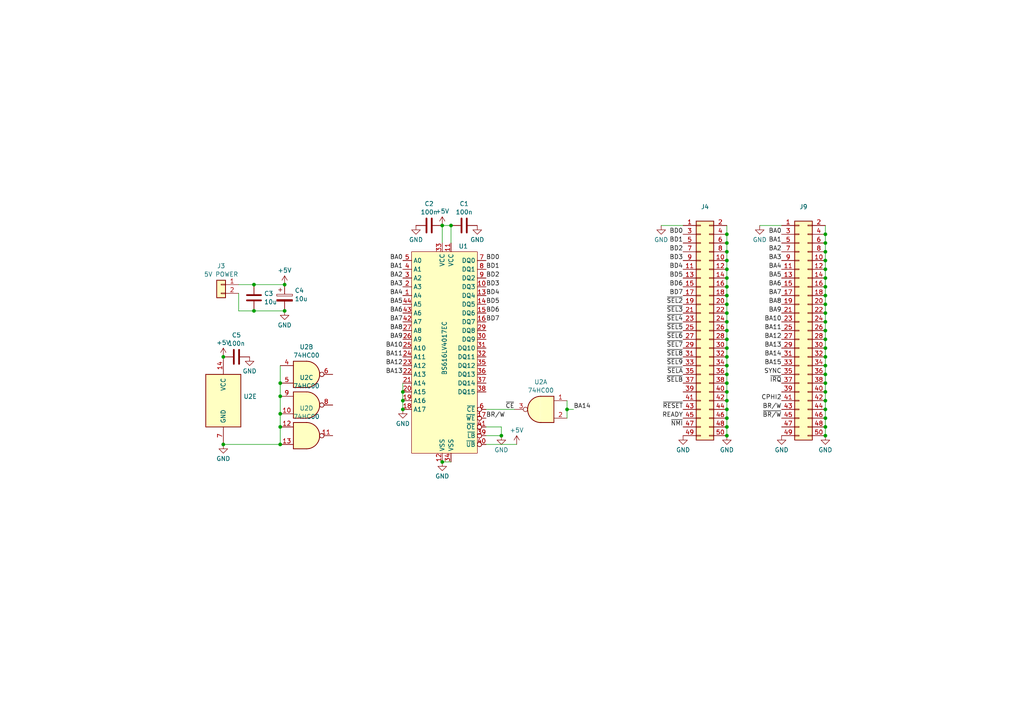
<source format=kicad_sch>
(kicad_sch (version 20230121) (generator eeschema)
  (paper "A4")
  (lib_symbols
    (symbol "74xx:74HC00" (pin_names (offset 1.016))
      (property "Reference" "U" (at 0 1.27 0))
      (property "Value" "74HC00" (at 0 -1.27 0))
      (symbol "74HC00_1_1"
        (arc (start 0 -3.81) (mid 3.7934 0) (end 0 3.81) (stroke (width 0.254)) (fill (type background)))
        (polyline (pts (xy 0 3.81) (xy -3.81 3.81) (xy -3.81 -3.81) (xy 0 -3.81)) (stroke (width 0.254)) (fill (type background)))
        (pin input line (at -7.62 2.54 0) (length 3.81) (name "~") (number "1"))
        (pin input line (at -7.62 -2.54 0) (length 3.81) (name "~") (number "2"))
        (pin output inverted (at 7.62 0 180) (length 3.81) (name "~") (number "3"))
      )
      (symbol "74HC00_1_2"
        (arc (start -3.81 -3.81) (mid -2.589 0) (end -3.81 3.81) (stroke (width 0.254)))
        (arc (start -0.6096 -3.81) (mid 2.1842 -2.5851) (end 3.81 0) (stroke (width 0.254)) (fill (type background)))
        (polyline (pts (xy -3.81 -3.81) (xy -0.635 -3.81)) (stroke (width 0.254)) (fill (type background)))
        (polyline (pts (xy -3.81 3.81) (xy -0.635 3.81)) (stroke (width 0.254)) (fill (type background)))
        (polyline (pts (xy -0.635 3.81) (xy -3.81 3.81) (xy -3.81 3.81) (xy -3.556 3.4036) (xy -3.0226 2.2606) (xy -2.6924 1.0414) (xy -2.6162 -0.254) (xy -2.7686 -1.4986) (xy -3.175 -2.7178) (xy -3.81 -3.81) (xy -3.81 -3.81) (xy -0.635 -3.81)) (stroke (width -25.4)) (fill (type background)))
        (arc (start 3.81 0) (mid 2.1915 2.5936) (end -0.6096 3.81) (stroke (width 0.254)) (fill (type background)))
        (pin input inverted (at -7.62 2.54 0) (length 4.318) (name "~") (number "1"))
        (pin input inverted (at -7.62 -2.54 0) (length 4.318) (name "~") (number "2"))
        (pin output line (at 7.62 0 180) (length 3.81) (name "~") (number "3"))
      )
      (symbol "74HC00_2_1"
        (arc (start 0 -3.81) (mid 3.7934 0) (end 0 3.81) (stroke (width 0.254)) (fill (type background)))
        (polyline (pts (xy 0 3.81) (xy -3.81 3.81) (xy -3.81 -3.81) (xy 0 -3.81)) (stroke (width 0.254)) (fill (type background)))
        (pin input line (at -7.62 2.54 0) (length 3.81) (name "~") (number "4"))
        (pin input line (at -7.62 -2.54 0) (length 3.81) (name "~") (number "5"))
        (pin output inverted (at 7.62 0 180) (length 3.81) (name "~") (number "6"))
      )
      (symbol "74HC00_2_2"
        (arc (start -3.81 -3.81) (mid -2.589 0) (end -3.81 3.81) (stroke (width 0.254)))
        (arc (start -0.6096 -3.81) (mid 2.1842 -2.5851) (end 3.81 0) (stroke (width 0.254)) (fill (type background)))
        (polyline (pts (xy -3.81 -3.81) (xy -0.635 -3.81)) (stroke (width 0.254)) (fill (type background)))
        (polyline (pts (xy -3.81 3.81) (xy -0.635 3.81)) (stroke (width 0.254)) (fill (type background)))
        (polyline (pts (xy -0.635 3.81) (xy -3.81 3.81) (xy -3.81 3.81) (xy -3.556 3.4036) (xy -3.0226 2.2606) (xy -2.6924 1.0414) (xy -2.6162 -0.254) (xy -2.7686 -1.4986) (xy -3.175 -2.7178) (xy -3.81 -3.81) (xy -3.81 -3.81) (xy -0.635 -3.81)) (stroke (width -25.4)) (fill (type background)))
        (arc (start 3.81 0) (mid 2.1915 2.5936) (end -0.6096 3.81) (stroke (width 0.254)) (fill (type background)))
        (pin input inverted (at -7.62 2.54 0) (length 4.318) (name "~") (number "4"))
        (pin input inverted (at -7.62 -2.54 0) (length 4.318) (name "~") (number "5"))
        (pin output line (at 7.62 0 180) (length 3.81) (name "~") (number "6"))
      )
      (symbol "74HC00_3_1"
        (arc (start 0 -3.81) (mid 3.7934 0) (end 0 3.81) (stroke (width 0.254)) (fill (type background)))
        (polyline (pts (xy 0 3.81) (xy -3.81 3.81) (xy -3.81 -3.81) (xy 0 -3.81)) (stroke (width 0.254)) (fill (type background)))
        (pin input line (at -7.62 -2.54 0) (length 3.81) (name "~") (number "10"))
        (pin output inverted (at 7.62 0 180) (length 3.81) (name "~") (number "8"))
        (pin input line (at -7.62 2.54 0) (length 3.81) (name "~") (number "9"))
      )
      (symbol "74HC00_3_2"
        (arc (start -3.81 -3.81) (mid -2.589 0) (end -3.81 3.81) (stroke (width 0.254)))
        (arc (start -0.6096 -3.81) (mid 2.1842 -2.5851) (end 3.81 0) (stroke (width 0.254)) (fill (type background)))
        (polyline (pts (xy -3.81 -3.81) (xy -0.635 -3.81)) (stroke (width 0.254)) (fill (type background)))
        (polyline (pts (xy -3.81 3.81) (xy -0.635 3.81)) (stroke (width 0.254)) (fill (type background)))
        (polyline (pts (xy -0.635 3.81) (xy -3.81 3.81) (xy -3.81 3.81) (xy -3.556 3.4036) (xy -3.0226 2.2606) (xy -2.6924 1.0414) (xy -2.6162 -0.254) (xy -2.7686 -1.4986) (xy -3.175 -2.7178) (xy -3.81 -3.81) (xy -3.81 -3.81) (xy -0.635 -3.81)) (stroke (width -25.4)) (fill (type background)))
        (arc (start 3.81 0) (mid 2.1915 2.5936) (end -0.6096 3.81) (stroke (width 0.254)) (fill (type background)))
        (pin input inverted (at -7.62 -2.54 0) (length 4.318) (name "~") (number "10"))
        (pin output line (at 7.62 0 180) (length 3.81) (name "~") (number "8"))
        (pin input inverted (at -7.62 2.54 0) (length 4.318) (name "~") (number "9"))
      )
      (symbol "74HC00_4_1"
        (arc (start 0 -3.81) (mid 3.7934 0) (end 0 3.81) (stroke (width 0.254)) (fill (type background)))
        (polyline (pts (xy 0 3.81) (xy -3.81 3.81) (xy -3.81 -3.81) (xy 0 -3.81)) (stroke (width 0.254)) (fill (type background)))
        (pin output inverted (at 7.62 0 180) (length 3.81) (name "~") (number "11"))
        (pin input line (at -7.62 2.54 0) (length 3.81) (name "~") (number "12"))
        (pin input line (at -7.62 -2.54 0) (length 3.81) (name "~") (number "13"))
      )
      (symbol "74HC00_4_2"
        (arc (start -3.81 -3.81) (mid -2.589 0) (end -3.81 3.81) (stroke (width 0.254)))
        (arc (start -0.6096 -3.81) (mid 2.1842 -2.5851) (end 3.81 0) (stroke (width 0.254)) (fill (type background)))
        (polyline (pts (xy -3.81 -3.81) (xy -0.635 -3.81)) (stroke (width 0.254)) (fill (type background)))
        (polyline (pts (xy -3.81 3.81) (xy -0.635 3.81)) (stroke (width 0.254)) (fill (type background)))
        (polyline (pts (xy -0.635 3.81) (xy -3.81 3.81) (xy -3.81 3.81) (xy -3.556 3.4036) (xy -3.0226 2.2606) (xy -2.6924 1.0414) (xy -2.6162 -0.254) (xy -2.7686 -1.4986) (xy -3.175 -2.7178) (xy -3.81 -3.81) (xy -3.81 -3.81) (xy -0.635 -3.81)) (stroke (width -25.4)) (fill (type background)))
        (arc (start 3.81 0) (mid 2.1915 2.5936) (end -0.6096 3.81) (stroke (width 0.254)) (fill (type background)))
        (pin output line (at 7.62 0 180) (length 3.81) (name "~") (number "11"))
        (pin input inverted (at -7.62 2.54 0) (length 4.318) (name "~") (number "12"))
        (pin input inverted (at -7.62 -2.54 0) (length 4.318) (name "~") (number "13"))
      )
      (symbol "74HC00_5_0"
        (pin power_in line (at 0 12.7 270) (length 5.08) (name "VCC") (number "14"))
        (pin power_in line (at 0 -12.7 90) (length 5.08) (name "GND") (number "7"))
      )
      (symbol "74HC00_5_1"
        (rectangle (start -5.08 7.62) (end 5.08 -7.62) (stroke (width 0.254)) (fill (type background)))
      )
    )
    (symbol "Connector_Generic:Conn_01x02" (pin_names (offset 1.016) hide)
      (property "Reference" "J" (at 0 2.54 0))
      (property "Value" "Conn_01x02" (at 0 -5.08 0))
      (symbol "Conn_01x02_1_1"
        (rectangle (start -1.27 -2.413) (end 0 -2.667) (stroke (width 0.1524)))
        (rectangle (start -1.27 0.127) (end 0 -0.127) (stroke (width 0.1524)))
        (rectangle (start -1.27 1.27) (end 1.27 -3.81) (stroke (width 0.254)) (fill (type background)))
        (pin passive line (at -5.08 0 0) (length 3.81) (name "Pin_1") (number "1"))
        (pin passive line (at -5.08 -2.54 0) (length 3.81) (name "Pin_2") (number "2"))
      )
    )
    (symbol "Connector_Generic:Conn_02x25_Odd_Even" (pin_names (offset 1.016) hide)
      (property "Reference" "J" (at 1.27 33.02 0))
      (property "Value" "Conn_02x25_Odd_Even" (at 1.27 -33.02 0))
      (symbol "Conn_02x25_Odd_Even_1_1"
        (rectangle (start -1.27 -30.353) (end 0 -30.607) (stroke (width 0.1524)))
        (rectangle (start -1.27 -27.813) (end 0 -28.067) (stroke (width 0.1524)))
        (rectangle (start -1.27 -25.273) (end 0 -25.527) (stroke (width 0.1524)))
        (rectangle (start -1.27 -22.733) (end 0 -22.987) (stroke (width 0.1524)))
        (rectangle (start -1.27 -20.193) (end 0 -20.447) (stroke (width 0.1524)))
        (rectangle (start -1.27 -17.653) (end 0 -17.907) (stroke (width 0.1524)))
        (rectangle (start -1.27 -15.113) (end 0 -15.367) (stroke (width 0.1524)))
        (rectangle (start -1.27 -12.573) (end 0 -12.827) (stroke (width 0.1524)))
        (rectangle (start -1.27 -10.033) (end 0 -10.287) (stroke (width 0.1524)))
        (rectangle (start -1.27 -7.493) (end 0 -7.747) (stroke (width 0.1524)))
        (rectangle (start -1.27 -4.953) (end 0 -5.207) (stroke (width 0.1524)))
        (rectangle (start -1.27 -2.413) (end 0 -2.667) (stroke (width 0.1524)))
        (rectangle (start -1.27 0.127) (end 0 -0.127) (stroke (width 0.1524)))
        (rectangle (start -1.27 2.667) (end 0 2.413) (stroke (width 0.1524)))
        (rectangle (start -1.27 5.207) (end 0 4.953) (stroke (width 0.1524)))
        (rectangle (start -1.27 7.747) (end 0 7.493) (stroke (width 0.1524)))
        (rectangle (start -1.27 10.287) (end 0 10.033) (stroke (width 0.1524)))
        (rectangle (start -1.27 12.827) (end 0 12.573) (stroke (width 0.1524)))
        (rectangle (start -1.27 15.367) (end 0 15.113) (stroke (width 0.1524)))
        (rectangle (start -1.27 17.907) (end 0 17.653) (stroke (width 0.1524)))
        (rectangle (start -1.27 20.447) (end 0 20.193) (stroke (width 0.1524)))
        (rectangle (start -1.27 22.987) (end 0 22.733) (stroke (width 0.1524)))
        (rectangle (start -1.27 25.527) (end 0 25.273) (stroke (width 0.1524)))
        (rectangle (start -1.27 28.067) (end 0 27.813) (stroke (width 0.1524)))
        (rectangle (start -1.27 30.607) (end 0 30.353) (stroke (width 0.1524)))
        (rectangle (start -1.27 31.75) (end 3.81 -31.75) (stroke (width 0.254)) (fill (type background)))
        (rectangle (start 3.81 -30.353) (end 2.54 -30.607) (stroke (width 0.1524)))
        (rectangle (start 3.81 -27.813) (end 2.54 -28.067) (stroke (width 0.1524)))
        (rectangle (start 3.81 -25.273) (end 2.54 -25.527) (stroke (width 0.1524)))
        (rectangle (start 3.81 -22.733) (end 2.54 -22.987) (stroke (width 0.1524)))
        (rectangle (start 3.81 -20.193) (end 2.54 -20.447) (stroke (width 0.1524)))
        (rectangle (start 3.81 -17.653) (end 2.54 -17.907) (stroke (width 0.1524)))
        (rectangle (start 3.81 -15.113) (end 2.54 -15.367) (stroke (width 0.1524)))
        (rectangle (start 3.81 -12.573) (end 2.54 -12.827) (stroke (width 0.1524)))
        (rectangle (start 3.81 -10.033) (end 2.54 -10.287) (stroke (width 0.1524)))
        (rectangle (start 3.81 -7.493) (end 2.54 -7.747) (stroke (width 0.1524)))
        (rectangle (start 3.81 -4.953) (end 2.54 -5.207) (stroke (width 0.1524)))
        (rectangle (start 3.81 -2.413) (end 2.54 -2.667) (stroke (width 0.1524)))
        (rectangle (start 3.81 0.127) (end 2.54 -0.127) (stroke (width 0.1524)))
        (rectangle (start 3.81 2.667) (end 2.54 2.413) (stroke (width 0.1524)))
        (rectangle (start 3.81 5.207) (end 2.54 4.953) (stroke (width 0.1524)))
        (rectangle (start 3.81 7.747) (end 2.54 7.493) (stroke (width 0.1524)))
        (rectangle (start 3.81 10.287) (end 2.54 10.033) (stroke (width 0.1524)))
        (rectangle (start 3.81 12.827) (end 2.54 12.573) (stroke (width 0.1524)))
        (rectangle (start 3.81 15.367) (end 2.54 15.113) (stroke (width 0.1524)))
        (rectangle (start 3.81 17.907) (end 2.54 17.653) (stroke (width 0.1524)))
        (rectangle (start 3.81 20.447) (end 2.54 20.193) (stroke (width 0.1524)))
        (rectangle (start 3.81 22.987) (end 2.54 22.733) (stroke (width 0.1524)))
        (rectangle (start 3.81 25.527) (end 2.54 25.273) (stroke (width 0.1524)))
        (rectangle (start 3.81 28.067) (end 2.54 27.813) (stroke (width 0.1524)))
        (rectangle (start 3.81 30.607) (end 2.54 30.353) (stroke (width 0.1524)))
        (pin passive line (at -5.08 30.48 0) (length 3.81) (name "Pin_1") (number "1"))
        (pin passive line (at 7.62 20.32 180) (length 3.81) (name "Pin_10") (number "10"))
        (pin passive line (at -5.08 17.78 0) (length 3.81) (name "Pin_11") (number "11"))
        (pin passive line (at 7.62 17.78 180) (length 3.81) (name "Pin_12") (number "12"))
        (pin passive line (at -5.08 15.24 0) (length 3.81) (name "Pin_13") (number "13"))
        (pin passive line (at 7.62 15.24 180) (length 3.81) (name "Pin_14") (number "14"))
        (pin passive line (at -5.08 12.7 0) (length 3.81) (name "Pin_15") (number "15"))
        (pin passive line (at 7.62 12.7 180) (length 3.81) (name "Pin_16") (number "16"))
        (pin passive line (at -5.08 10.16 0) (length 3.81) (name "Pin_17") (number "17"))
        (pin passive line (at 7.62 10.16 180) (length 3.81) (name "Pin_18") (number "18"))
        (pin passive line (at -5.08 7.62 0) (length 3.81) (name "Pin_19") (number "19"))
        (pin passive line (at 7.62 30.48 180) (length 3.81) (name "Pin_2") (number "2"))
        (pin passive line (at 7.62 7.62 180) (length 3.81) (name "Pin_20") (number "20"))
        (pin passive line (at -5.08 5.08 0) (length 3.81) (name "Pin_21") (number "21"))
        (pin passive line (at 7.62 5.08 180) (length 3.81) (name "Pin_22") (number "22"))
        (pin passive line (at -5.08 2.54 0) (length 3.81) (name "Pin_23") (number "23"))
        (pin passive line (at 7.62 2.54 180) (length 3.81) (name "Pin_24") (number "24"))
        (pin passive line (at -5.08 0 0) (length 3.81) (name "Pin_25") (number "25"))
        (pin passive line (at 7.62 0 180) (length 3.81) (name "Pin_26") (number "26"))
        (pin passive line (at -5.08 -2.54 0) (length 3.81) (name "Pin_27") (number "27"))
        (pin passive line (at 7.62 -2.54 180) (length 3.81) (name "Pin_28") (number "28"))
        (pin passive line (at -5.08 -5.08 0) (length 3.81) (name "Pin_29") (number "29"))
        (pin passive line (at -5.08 27.94 0) (length 3.81) (name "Pin_3") (number "3"))
        (pin passive line (at 7.62 -5.08 180) (length 3.81) (name "Pin_30") (number "30"))
        (pin passive line (at -5.08 -7.62 0) (length 3.81) (name "Pin_31") (number "31"))
        (pin passive line (at 7.62 -7.62 180) (length 3.81) (name "Pin_32") (number "32"))
        (pin passive line (at -5.08 -10.16 0) (length 3.81) (name "Pin_33") (number "33"))
        (pin passive line (at 7.62 -10.16 180) (length 3.81) (name "Pin_34") (number "34"))
        (pin passive line (at -5.08 -12.7 0) (length 3.81) (name "Pin_35") (number "35"))
        (pin passive line (at 7.62 -12.7 180) (length 3.81) (name "Pin_36") (number "36"))
        (pin passive line (at -5.08 -15.24 0) (length 3.81) (name "Pin_37") (number "37"))
        (pin passive line (at 7.62 -15.24 180) (length 3.81) (name "Pin_38") (number "38"))
        (pin passive line (at -5.08 -17.78 0) (length 3.81) (name "Pin_39") (number "39"))
        (pin passive line (at 7.62 27.94 180) (length 3.81) (name "Pin_4") (number "4"))
        (pin passive line (at 7.62 -17.78 180) (length 3.81) (name "Pin_40") (number "40"))
        (pin passive line (at -5.08 -20.32 0) (length 3.81) (name "Pin_41") (number "41"))
        (pin passive line (at 7.62 -20.32 180) (length 3.81) (name "Pin_42") (number "42"))
        (pin passive line (at -5.08 -22.86 0) (length 3.81) (name "Pin_43") (number "43"))
        (pin passive line (at 7.62 -22.86 180) (length 3.81) (name "Pin_44") (number "44"))
        (pin passive line (at -5.08 -25.4 0) (length 3.81) (name "Pin_45") (number "45"))
        (pin passive line (at 7.62 -25.4 180) (length 3.81) (name "Pin_46") (number "46"))
        (pin passive line (at -5.08 -27.94 0) (length 3.81) (name "Pin_47") (number "47"))
        (pin passive line (at 7.62 -27.94 180) (length 3.81) (name "Pin_48") (number "48"))
        (pin passive line (at -5.08 -30.48 0) (length 3.81) (name "Pin_49") (number "49"))
        (pin passive line (at -5.08 25.4 0) (length 3.81) (name "Pin_5") (number "5"))
        (pin passive line (at 7.62 -30.48 180) (length 3.81) (name "Pin_50") (number "50"))
        (pin passive line (at 7.62 25.4 180) (length 3.81) (name "Pin_6") (number "6"))
        (pin passive line (at -5.08 22.86 0) (length 3.81) (name "Pin_7") (number "7"))
        (pin passive line (at 7.62 22.86 180) (length 3.81) (name "Pin_8") (number "8"))
        (pin passive line (at -5.08 20.32 0) (length 3.81) (name "Pin_9") (number "9"))
      )
    )
    (symbol "Device:C" (pin_numbers hide) (pin_names (offset 0.254))
      (property "Reference" "C" (at 0.635 2.54 0))
      (property "Value" "C" (at 0.635 -2.54 0))
      (symbol "C_0_1"
        (polyline (pts (xy -2.032 -0.762) (xy 2.032 -0.762)) (stroke (width 0.508)))
        (polyline (pts (xy -2.032 0.762) (xy 2.032 0.762)) (stroke (width 0.508)))
      )
      (symbol "C_1_1"
        (pin passive line (at 0 3.81 270) (length 2.794) (name "~") (number "1"))
        (pin passive line (at 0 -3.81 90) (length 2.794) (name "~") (number "2"))
      )
    )
    (symbol "Device:C_Polarized" (pin_numbers hide) (pin_names (offset 0.254))
      (property "Reference" "C" (at 0.635 2.54 0))
      (property "Value" "C_Polarized" (at 0.635 -2.54 0))
      (symbol "C_Polarized_0_1"
        (rectangle (start -2.286 0.508) (end 2.286 1.016))
        (polyline (pts (xy -1.778 2.286) (xy -0.762 2.286)))
        (polyline (pts (xy -1.27 2.794) (xy -1.27 1.778)))
        (rectangle (start 2.286 -0.508) (end -2.286 -1.016) (fill (type outline)))
      )
      (symbol "C_Polarized_1_1"
        (pin passive line (at 0 3.81 270) (length 2.794) (name "~") (number "1"))
        (pin passive line (at 0 -3.81 90) (length 2.794) (name "~") (number "2"))
      )
    )
    (symbol "oni:BS616LV4017EC"
      (property "Reference" "U" (at 5.08 -30.48 0))
      (property "Value" "BS616LV4017EC" (at 0 0 90))
      (symbol "BS616LV4017EC_1_1"
        (rectangle (start -10.16 29.21) (end 8.89 -29.21) (fill (type background)))
        (pin input line (at -12.7 16.51 0) (length 2.54) (name "A4") (number "1"))
        (pin tri_state line (at 11.43 19.05 180) (length 2.54) (name "DQ3") (number "10"))
        (pin power_in line (at 1.27 31.75 270) (length 2.54) (name "VCC") (number "11"))
        (pin power_in line (at -1.27 -31.75 90) (length 2.54) (name "VSS") (number "12"))
        (pin tri_state line (at 11.43 16.51 180) (length 2.54) (name "DQ4") (number "13"))
        (pin tri_state line (at 11.43 13.97 180) (length 2.54) (name "DQ5") (number "14"))
        (pin tri_state line (at 11.43 11.43 180) (length 2.54) (name "DQ6") (number "15"))
        (pin tri_state line (at 11.43 8.89 180) (length 2.54) (name "DQ7") (number "16"))
        (pin input inverted (at 11.43 -19.05 180) (length 2.54) (name "~{WE}") (number "17"))
        (pin input line (at -12.7 -16.51 0) (length 2.54) (name "A17") (number "18"))
        (pin input line (at -12.7 -13.97 0) (length 2.54) (name "A16") (number "19"))
        (pin input line (at -12.7 19.05 0) (length 2.54) (name "A3") (number "2"))
        (pin input line (at -12.7 -11.43 0) (length 2.54) (name "A15") (number "20"))
        (pin input line (at -12.7 -8.89 0) (length 2.54) (name "A14") (number "21"))
        (pin input line (at -12.7 -6.35 0) (length 2.54) (name "A13") (number "22"))
        (pin input line (at -12.7 -3.81 0) (length 2.54) (name "A12") (number "23"))
        (pin input line (at -12.7 -1.27 0) (length 2.54) (name "A11") (number "24"))
        (pin input line (at -12.7 1.27 0) (length 2.54) (name "A10") (number "25"))
        (pin input line (at -12.7 3.81 0) (length 2.54) (name "A9") (number "26"))
        (pin input line (at -12.7 6.35 0) (length 2.54) (name "A8") (number "27"))
        (pin no_connect line (at -12.7 -26.67 0) (length 2.54) hide (name "NC") (number "28"))
        (pin tri_state line (at 11.43 6.35 180) (length 2.54) (name "DQ8") (number "29"))
        (pin input line (at -12.7 21.59 0) (length 2.54) (name "A2") (number "3"))
        (pin tri_state line (at 11.43 3.81 180) (length 2.54) (name "DQ9") (number "30"))
        (pin tri_state line (at 11.43 1.27 180) (length 2.54) (name "DQ10") (number "31"))
        (pin tri_state line (at 11.43 -1.27 180) (length 2.54) (name "DQ11") (number "32"))
        (pin power_in line (at -1.27 31.75 270) (length 2.54) (name "VCC") (number "33"))
        (pin power_in line (at 1.27 -31.75 90) (length 2.54) (name "VSS") (number "34"))
        (pin tri_state line (at 11.43 -3.81 180) (length 2.54) (name "DQ12") (number "35"))
        (pin tri_state line (at 11.43 -6.35 180) (length 2.54) (name "DQ13") (number "36"))
        (pin tri_state line (at 11.43 -8.89 180) (length 2.54) (name "DQ14") (number "37"))
        (pin tri_state line (at 11.43 -11.43 180) (length 2.54) (name "DQ15") (number "38"))
        (pin input inverted (at 11.43 -24.13 180) (length 2.54) (name "~{LB}") (number "39"))
        (pin input line (at -12.7 24.13 0) (length 2.54) (name "A1") (number "4"))
        (pin input inverted (at 11.43 -26.67 180) (length 2.54) (name "~{UB}") (number "40"))
        (pin input inverted (at 11.43 -21.59 180) (length 2.54) (name "~{OE}") (number "41"))
        (pin input line (at -12.7 8.89 0) (length 2.54) (name "A7") (number "42"))
        (pin input line (at -12.7 11.43 0) (length 2.54) (name "A6") (number "43"))
        (pin input line (at -12.7 13.97 0) (length 2.54) (name "A5") (number "44"))
        (pin input line (at -12.7 26.67 0) (length 2.54) (name "A0") (number "5"))
        (pin input inverted (at 11.43 -16.51 180) (length 2.54) (name "~{CE}") (number "6"))
        (pin tri_state line (at 11.43 26.67 180) (length 2.54) (name "DQ0") (number "7"))
        (pin tri_state line (at 11.43 24.13 180) (length 2.54) (name "DQ1") (number "8"))
        (pin tri_state line (at 11.43 21.59 180) (length 2.54) (name "DQ2") (number "9"))
      )
    )
    (symbol "power:+5V" (power) (pin_names (offset 0))
      (property "Value" "+5V" (at 0 3.556 0))
      (symbol "+5V_0_1"
        (polyline (pts (xy -0.762 1.27) (xy 0 2.54)))
        (polyline (pts (xy 0 0) (xy 0 2.54)))
        (polyline (pts (xy 0 2.54) (xy 0.762 1.27)))
      )
      (symbol "+5V_1_1"
        (pin power_in line (at 0 0 90) (length 0) hide (name "+5V") (number "1"))
      )
    )
    (symbol "power:GND" (power) (pin_names (offset 0))
      (property "Value" "GND" (at 0 -3.81 0))
      (symbol "GND_0_1"
        (polyline (pts (xy 0 0) (xy 0 -1.27) (xy 1.27 -1.27) (xy 0 -2.54) (xy -1.27 -1.27) (xy 0 -1.27)))
      )
      (symbol "GND_1_1"
        (pin power_in line (at 0 0 270) (length 0) hide (name "GND") (number "1"))
      )
    )
  )
  (junction (at 64.77 128.905))
  (junction (at 239.395 90.805))
  (junction (at 164.465 118.745))
  (junction (at 239.395 108.585))
  (junction (at 239.395 116.205))
  (junction (at 210.82 88.265))
  (junction (at 239.395 93.345))
  (junction (at 210.82 111.125))
  (junction (at 239.395 80.645))
  (junction (at 239.395 67.945))
  (junction (at 239.395 118.745))
  (junction (at 239.395 88.265))
  (junction (at 73.66 90.17))
  (junction (at 210.82 123.825))
  (junction (at 128.27 133.985))
  (junction (at 210.82 85.725))
  (junction (at 116.84 113.665))
  (junction (at 239.395 70.485))
  (junction (at 239.395 123.825))
  (junction (at 116.84 118.745))
  (junction (at 239.395 83.185))
  (junction (at 210.82 67.945))
  (junction (at 82.55 90.17))
  (junction (at 210.82 103.505))
  (junction (at 239.395 126.365))
  (junction (at 81.28 120.015))
  (junction (at 239.395 98.425))
  (junction (at 81.28 123.825))
  (junction (at 239.395 111.125))
  (junction (at 210.82 75.565))
  (junction (at 239.395 75.565))
  (junction (at 81.28 114.935))
  (junction (at 210.82 126.365))
  (junction (at 210.82 95.885))
  (junction (at 239.395 121.285))
  (junction (at 239.395 95.885))
  (junction (at 73.66 82.55))
  (junction (at 130.81 65.405))
  (junction (at 210.82 100.965))
  (junction (at 210.82 121.285))
  (junction (at 82.55 82.55))
  (junction (at 81.28 128.905))
  (junction (at 210.82 90.805))
  (junction (at 145.415 126.365))
  (junction (at 239.395 106.045))
  (junction (at 239.395 78.105))
  (junction (at 210.82 98.425))
  (junction (at 239.395 85.725))
  (junction (at 64.77 103.505))
  (junction (at 210.82 83.185))
  (junction (at 210.82 108.585))
  (junction (at 81.28 111.125))
  (junction (at 210.82 78.105))
  (junction (at 239.395 113.665))
  (junction (at 239.395 103.505))
  (junction (at 128.27 65.405))
  (junction (at 239.395 73.025))
  (junction (at 210.82 106.045))
  (junction (at 210.82 118.745))
  (junction (at 116.84 116.205))
  (junction (at 239.395 100.965))
  (junction (at 210.82 113.665))
  (junction (at 210.82 116.205))
  (junction (at 210.82 73.025))
  (junction (at 210.82 70.485))
  (junction (at 210.82 80.645))
  (junction (at 210.82 93.345))
  (wire (pts (xy 239.395 121.285) (xy 239.395 123.825)))
  (wire (pts (xy 210.82 116.205) (xy 210.82 118.745)))
  (wire (pts (xy 210.82 98.425) (xy 210.82 100.965)))
  (wire (pts (xy 210.82 78.105) (xy 210.82 80.645)))
  (wire (pts (xy 239.395 113.665) (xy 239.395 116.205)))
  (wire (pts (xy 164.465 118.745) (xy 166.37 118.745)))
  (wire (pts (xy 210.82 83.185) (xy 210.82 85.725)))
  (wire (pts (xy 210.82 90.805) (xy 210.82 93.345)))
  (wire (pts (xy 73.66 82.55) (xy 82.55 82.55)))
  (wire (pts (xy 116.84 116.205) (xy 116.84 118.745)))
  (wire (pts (xy 239.395 108.585) (xy 239.395 111.125)))
  (wire (pts (xy 239.395 98.425) (xy 239.395 100.965)))
  (wire (pts (xy 210.82 108.585) (xy 210.82 111.125)))
  (wire (pts (xy 210.82 88.265) (xy 210.82 90.805)))
  (wire (pts (xy 239.395 100.965) (xy 239.395 103.505)))
  (wire (pts (xy 116.84 111.125) (xy 116.84 113.665)))
  (wire (pts (xy 239.395 106.045) (xy 239.395 108.585)))
  (wire (pts (xy 210.82 103.505) (xy 210.82 106.045)))
  (wire (pts (xy 140.97 126.365) (xy 145.415 126.365)))
  (wire (pts (xy 239.395 111.125) (xy 239.395 113.665)))
  (wire (pts (xy 239.395 73.025) (xy 239.395 75.565)))
  (wire (pts (xy 210.82 95.885) (xy 210.82 98.425)))
  (wire (pts (xy 191.77 65.405) (xy 198.12 65.405)))
  (wire (pts (xy 73.66 90.17) (xy 69.215 90.17)))
  (wire (pts (xy 82.55 90.17) (xy 73.66 90.17)))
  (wire (pts (xy 116.84 113.665) (xy 116.84 116.205)))
  (wire (pts (xy 210.82 100.965) (xy 210.82 103.505)))
  (wire (pts (xy 210.82 70.485) (xy 210.82 73.025)))
  (wire (pts (xy 164.465 116.205) (xy 164.465 118.745)))
  (wire (pts (xy 239.395 116.205) (xy 239.395 118.745)))
  (wire (pts (xy 210.82 93.345) (xy 210.82 95.885)))
  (wire (pts (xy 81.28 111.125) (xy 81.28 114.935)))
  (wire (pts (xy 210.82 123.825) (xy 210.82 126.365)))
  (wire (pts (xy 128.27 65.405) (xy 128.27 70.485)))
  (wire (pts (xy 210.82 75.565) (xy 210.82 78.105)))
  (wire (pts (xy 140.97 128.905) (xy 149.86 128.905)))
  (wire (pts (xy 210.82 106.045) (xy 210.82 108.585)))
  (wire (pts (xy 239.395 118.745) (xy 239.395 121.285)))
  (wire (pts (xy 239.395 65.405) (xy 239.395 67.945)))
  (wire (pts (xy 128.27 133.985) (xy 130.81 133.985)))
  (wire (pts (xy 220.345 65.405) (xy 226.695 65.405)))
  (wire (pts (xy 64.77 128.905) (xy 81.28 128.905)))
  (wire (pts (xy 69.215 82.55) (xy 73.66 82.55)))
  (wire (pts (xy 69.215 90.17) (xy 69.215 85.09)))
  (wire (pts (xy 239.395 123.825) (xy 239.395 126.365)))
  (wire (pts (xy 210.82 121.285) (xy 210.82 123.825)))
  (wire (pts (xy 145.415 123.825) (xy 145.415 126.365)))
  (wire (pts (xy 81.28 123.825) (xy 81.28 128.905)))
  (wire (pts (xy 239.395 78.105) (xy 239.395 80.645)))
  (wire (pts (xy 81.28 120.015) (xy 81.28 123.825)))
  (wire (pts (xy 81.28 106.045) (xy 81.28 111.125)))
  (wire (pts (xy 210.82 111.125) (xy 210.82 113.665)))
  (wire (pts (xy 239.395 85.725) (xy 239.395 88.265)))
  (wire (pts (xy 239.395 88.265) (xy 239.395 90.805)))
  (wire (pts (xy 128.27 65.405) (xy 130.81 65.405)))
  (wire (pts (xy 239.395 95.885) (xy 239.395 98.425)))
  (wire (pts (xy 239.395 90.805) (xy 239.395 93.345)))
  (wire (pts (xy 210.82 118.745) (xy 210.82 121.285)))
  (wire (pts (xy 210.82 65.405) (xy 210.82 67.945)))
  (wire (pts (xy 130.81 65.405) (xy 130.81 70.485)))
  (wire (pts (xy 239.395 83.185) (xy 239.395 85.725)))
  (wire (pts (xy 140.97 118.745) (xy 149.225 118.745)))
  (wire (pts (xy 210.82 67.945) (xy 210.82 70.485)))
  (wire (pts (xy 210.82 85.725) (xy 210.82 88.265)))
  (wire (pts (xy 239.395 93.345) (xy 239.395 95.885)))
  (wire (pts (xy 210.82 73.025) (xy 210.82 75.565)))
  (wire (pts (xy 239.395 80.645) (xy 239.395 83.185)))
  (wire (pts (xy 239.395 103.505) (xy 239.395 106.045)))
  (wire (pts (xy 210.82 113.665) (xy 210.82 116.205)))
  (wire (pts (xy 239.395 75.565) (xy 239.395 78.105)))
  (wire (pts (xy 239.395 67.945) (xy 239.395 70.485)))
  (wire (pts (xy 81.28 114.935) (xy 81.28 120.015)))
  (wire (pts (xy 164.465 118.745) (xy 164.465 121.285)))
  (wire (pts (xy 140.97 123.825) (xy 145.415 123.825)))
  (wire (pts (xy 239.395 70.485) (xy 239.395 73.025)))
  (wire (pts (xy 210.82 80.645) (xy 210.82 83.185)))
  (label "BA10" (at 116.84 100.965 180))
  (label "~{SEL4}" (at 198.12 93.345 180))
  (label "BA3" (at 116.84 83.185 180))
  (label "BA10" (at 226.695 93.345 180))
  (label "BA3" (at 226.695 75.565 180))
  (label "BD5" (at 140.97 88.265 0))
  (label "~{RESET}" (at 198.12 118.745 180))
  (label "BA9" (at 226.695 90.805 180))
  (label "BA12" (at 116.84 106.045 180))
  (label "BD7" (at 198.12 85.725 180))
  (label "BA8" (at 226.695 88.265 180))
  (label "~{IRQ}" (at 226.695 111.125 180))
  (label "BA13" (at 116.84 108.585 180))
  (label "BA0" (at 226.695 67.945 180))
  (label "BD6" (at 140.97 90.805 0))
  (label "BA12" (at 226.695 98.425 180))
  (label "BD0" (at 198.12 67.945 180))
  (label "SYNC" (at 226.695 108.585 180))
  (label "BA13" (at 226.695 100.965 180))
  (label "BR{slash}W" (at 226.695 118.745 180))
  (label "BD1" (at 140.97 78.105 0))
  (label "BA11" (at 226.695 95.885 180))
  (label "BA15" (at 226.695 106.045 180))
  (label "BA5" (at 116.84 88.265 180))
  (label "BA6" (at 226.695 83.185 180))
  (label "~{SEL9}" (at 198.12 106.045 180))
  (label "BA4" (at 116.84 85.725 180))
  (label "~{CE}" (at 149.225 118.745 180))
  (label "~{SELB}" (at 198.12 111.125 180))
  (label "BD3" (at 140.97 83.185 0))
  (label "BA6" (at 116.84 90.805 180))
  (label "~{SEL3}" (at 198.12 90.805 180))
  (label "BA4" (at 226.695 78.105 180))
  (label "~{BR{slash}W}" (at 226.695 121.285 180))
  (label "~{SEL8}" (at 198.12 103.505 180))
  (label "BD6" (at 198.12 83.185 180))
  (label "BD2" (at 198.12 73.025 180))
  (label "CPHI2" (at 226.695 116.205 180))
  (label "BD4" (at 140.97 85.725 0))
  (label "~{NMI}" (at 198.12 123.825 180))
  (label "BD3" (at 198.12 75.565 180))
  (label "BA11" (at 116.84 103.505 180))
  (label "BA14" (at 226.695 103.505 180))
  (label "READY" (at 198.12 121.285 180))
  (label "~{SEL2}" (at 198.12 88.265 180))
  (label "BA9" (at 116.84 98.425 180))
  (label "BA2" (at 226.695 73.025 180))
  (label "BD7" (at 140.97 93.345 0))
  (label "BA7" (at 116.84 93.345 180))
  (label "BA5" (at 226.695 80.645 180))
  (label "BD5" (at 198.12 80.645 180))
  (label "BA0" (at 116.84 75.565 180))
  (label "BD4" (at 198.12 78.105 180))
  (label "BR{slash}W" (at 140.97 121.285 0))
  (label "BA14" (at 166.37 118.745 0))
  (label "~{SEL7}" (at 198.12 100.965 180))
  (label "BA1" (at 226.695 70.485 180))
  (label "~{SEL5}" (at 198.12 95.885 180))
  (label "~{SEL6}" (at 198.12 98.425 180))
  (label "BA1" (at 116.84 78.105 180))
  (label "BD1" (at 198.12 70.485 180))
  (label "BA2" (at 116.84 80.645 180))
  (label "BA7" (at 226.695 85.725 180))
  (label "BD0" (at 140.97 75.565 0))
  (label "BA8" (at 116.84 95.885 180))
  (label "~{SELA}" (at 198.12 108.585 180))
  (label "BD2" (at 140.97 80.645 0))
  (symbol (lib_id "power:GND") (at 226.695 126.365 0) (unit 1)
    (property "Reference" "#PWR011" (effects hide))
    (property "Value" "GND" (at 226.695 130.4981 0))
  )
  (symbol (lib_id "power:GND") (at 64.77 128.905 0) (unit 1)
    (property "Reference" "#PWR016" (effects hide))
    (property "Value" "GND" (at 64.77 133.0381 0))
  )
  (symbol (lib_id "power:GND") (at 220.345 65.405 0) (unit 1)
    (property "Reference" "#PWR010" (effects hide))
    (property "Value" "GND" (at 220.345 69.5381 0))
  )
  (symbol (lib_id "74xx:74HC00") (at 88.9 126.365 0) (unit 4)
    (property "Reference" "U2" (at 88.8917 118.4107 0))
    (property "Value" "74HC00" (at 88.8917 120.8349 0))
    (property "Footprint" "Package_SO:SOIC-14_3.9x8.7mm_P1.27mm" (effects hide))
    (property "Datasheet" "http://www.ti.com/lit/gpn/sn74hc00" (effects hide))
  )
  (symbol (lib_id "Connector_Generic:Conn_01x02") (at 64.135 82.55 0) (mirror y) (unit 1)
    (property "Reference" "J3" (at 64.135 77.1357 0))
    (property "Value" "5V POWER" (at 64.135 79.5599 0))
    (property "Footprint" "Connector_PinHeader_2.54mm:PinHeader_1x02_P2.54mm_Horizontal" (effects hide))
  )
  (symbol (lib_id "power:GND") (at 210.82 126.365 0) (unit 1)
    (property "Reference" "#PWR07" (effects hide))
    (property "Value" "GND" (at 210.82 130.4981 0))
  )
  (symbol (lib_id "Device:C") (at 68.58 103.505 90) (unit 1)
    (property "Reference" "C5" (at 68.58 97.2017 90))
    (property "Value" "100n" (at 68.58 99.6259 90))
    (property "Footprint" "Capacitor_SMD:C_0805_2012Metric" (effects hide))
  )
  (symbol (lib_id "power:+5V") (at 128.27 65.405 0) (unit 1)
    (property "Reference" "#PWR04" (effects hide))
    (property "Value" "+5V" (at 128.27 61.2719 0))
  )
  (symbol (lib_id "power:GND") (at 120.65 65.405 0) (unit 1)
    (property "Reference" "#PWR06" (effects hide))
    (property "Value" "GND" (at 120.65 69.5381 0))
  )
  (symbol (lib_id "power:GND") (at 145.415 126.365 0) (unit 1)
    (property "Reference" "#PWR013" (effects hide))
    (property "Value" "GND" (at 145.415 130.4981 0))
  )
  (symbol (lib_id "power:GND") (at 191.77 65.405 0) (unit 1)
    (property "Reference" "#PWR09" (effects hide))
    (property "Value" "GND" (at 191.77 69.5381 0))
  )
  (symbol (lib_id "Connector_Generic:Conn_02x25_Odd_Even") (at 231.775 95.885 0) (unit 1)
    (property "Reference" "J9" (at 233.045 59.9907 0))
    (property "Value" "J9" (effects hide))
    (property "Footprint" "Connector_PinSocket_2.54mm:PinSocket_2x25_P2.54mm_Vertical" (effects hide))
  )
  (symbol (lib_id "74xx:74HC00") (at 64.77 116.205 0) (unit 5)
    (property "Reference" "U2" (at 70.612 114.9929 0) (effects (justify left)))
    (property "Value" "74HC00" (effects hide))
    (property "Footprint" "Package_SO:SOIC-14_3.9x8.7mm_P1.27mm" (effects hide))
    (property "Datasheet" "http://www.ti.com/lit/gpn/sn74hc00" (effects hide))
  )
  (symbol (lib_id "power:+5V") (at 64.77 103.505 0) (unit 1)
    (property "Reference" "#PWR017" (effects hide))
    (property "Value" "+5V" (at 64.77 99.3719 0))
  )
  (symbol (lib_id "power:GND") (at 72.39 103.505 0) (unit 1)
    (property "Reference" "#PWR018" (effects hide))
    (property "Value" "GND" (at 72.39 107.6381 0))
  )
  (symbol (lib_id "74xx:74HC00") (at 88.9 108.585 0) (unit 2)
    (property "Reference" "U2" (at 88.8917 100.6307 0))
    (property "Value" "74HC00" (at 88.8917 103.0549 0))
    (property "Footprint" "Package_SO:SOIC-14_3.9x8.7mm_P1.27mm" (effects hide))
    (property "Datasheet" "http://www.ti.com/lit/gpn/sn74hc00" (effects hide))
  )
  (symbol (lib_id "Device:C") (at 124.46 65.405 90) (unit 1)
    (property "Reference" "C2" (at 124.46 59.1017 90))
    (property "Value" "100n" (at 124.46 61.5259 90))
    (property "Footprint" "Capacitor_SMD:C_0805_2012Metric" (effects hide))
  )
  (symbol (lib_id "power:+5V") (at 149.86 128.905 0) (unit 1)
    (property "Reference" "#PWR014" (effects hide))
    (property "Value" "+5V" (at 149.86 124.7719 0))
  )
  (symbol (lib_id "power:GND") (at 198.12 126.365 0) (unit 1)
    (property "Reference" "#PWR08" (effects hide))
    (property "Value" "GND" (at 198.12 130.4981 0))
  )
  (symbol (lib_id "Device:C_Polarized") (at 82.55 86.36 0) (unit 1)
    (property "Reference" "C4" (at 85.471 84.2589 0) (effects (justify left)))
    (property "Value" "10u" (at 85.471 86.6831 0) (effects (justify left)))
    (property "Footprint" "Capacitor_SMD:CP_Elec_4x3.9" (effects hide))
  )
  (symbol (lib_id "74xx:74HC00") (at 88.9 117.475 0) (unit 3)
    (property "Reference" "U2" (at 88.8917 109.5207 0))
    (property "Value" "74HC00" (at 88.8917 111.9449 0))
    (property "Footprint" "Package_SO:SOIC-14_3.9x8.7mm_P1.27mm" (effects hide))
    (property "Datasheet" "http://www.ti.com/lit/gpn/sn74hc00" (effects hide))
  )
  (symbol (lib_id "Device:C") (at 134.62 65.405 90) (unit 1)
    (property "Reference" "C1" (at 134.62 59.1017 90))
    (property "Value" "100n" (at 134.62 61.5259 90))
    (property "Footprint" "Capacitor_SMD:C_0805_2012Metric" (effects hide))
  )
  (symbol (lib_id "power:GND") (at 239.395 126.365 0) (unit 1)
    (property "Reference" "#PWR012" (effects hide))
    (property "Value" "GND" (at 239.395 130.4981 0))
  )
  (symbol (lib_id "74xx:74HC00") (at 156.845 118.745 0) (mirror y) (unit 1)
    (property "Reference" "U2" (at 156.8533 110.7907 0))
    (property "Value" "74HC00" (at 156.8533 113.2149 0))
    (property "Footprint" "Package_SO:SOIC-14_3.9x8.7mm_P1.27mm" (effects hide))
    (property "Datasheet" "http://www.ti.com/lit/gpn/sn74hc00" (effects hide))
  )
  (symbol (lib_id "power:GND") (at 116.84 118.745 0) (unit 1)
    (property "Reference" "#PWR015" (effects hide))
    (property "Value" "GND" (at 116.84 122.8781 0))
  )
  (symbol (lib_id "oni:BS616LV4017EC") (at 129.54 102.235 0) (unit 1)
    (property "Reference" "U1" (at 133.0041 71.4319 0) (effects (justify left)))
    (property "Value" "BS616LV4017EC" (at 128.905 100.965 90))
    (property "Footprint" "Package_SO:TSOP-II-44_10.16x18.41mm_P0.8mm" (effects hide))
    (property "Datasheet" "https://www.farnell.com/datasheets/4474.pdf" (effects hide))
  )
  (symbol (lib_id "Device:C") (at 73.66 86.36 180) (unit 1)
    (property "Reference" "C3" (at 76.581 85.1479 0) (effects (justify right)))
    (property "Value" "10u" (at 76.581 87.5721 0) (effects (justify right)))
    (property "Footprint" "Capacitor_SMD:C_0805_2012Metric" (effects hide))
  )
  (symbol (lib_id "power:GND") (at 128.27 133.985 0) (unit 1)
    (property "Reference" "#PWR03" (effects hide))
    (property "Value" "GND" (at 128.27 138.1181 0))
  )
  (symbol (lib_id "Connector_Generic:Conn_02x25_Odd_Even") (at 203.2 95.885 0) (unit 1)
    (property "Reference" "J4" (at 204.47 59.9907 0))
    (property "Value" "J4" (effects hide))
    (property "Footprint" "Connector_PinSocket_2.54mm:PinSocket_2x25_P2.54mm_Vertical" (effects hide))
  )
  (symbol (lib_id "power:GND") (at 82.55 90.17 0) (unit 1)
    (property "Reference" "#PWR02" (effects hide))
    (property "Value" "GND" (at 82.55 94.3031 0))
  )
  (symbol (lib_id "power:+5V") (at 82.55 82.55 0) (unit 1)
    (property "Reference" "#PWR01" (effects hide))
    (property "Value" "+5V" (at 82.55 78.4169 0))
  )
  (symbol (lib_id "power:GND") (at 138.43 65.405 0) (unit 1)
    (property "Reference" "#PWR05" (effects hide))
    (property "Value" "GND" (at 138.43 69.5381 0))
  )
)
</source>
